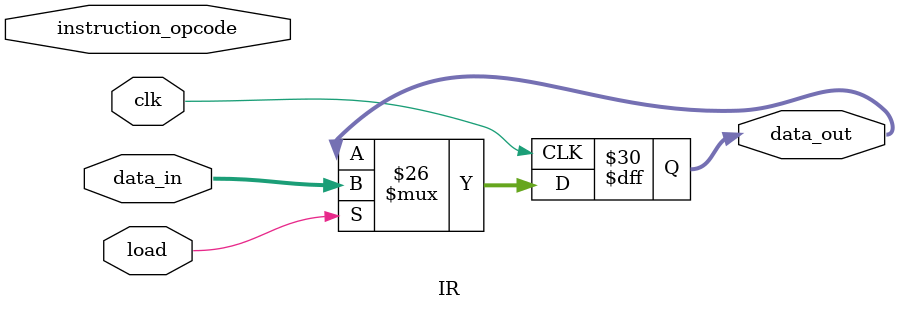
<source format=sv>
module IR ( input [7:0] data_in, input load, clk,
input [1:0] instruction_opcode,
output reg [7:0] data_out );
reg [7:0] ALU_result = '0;
reg [15:0] instruction;

always @( posedge clk )
if ( load ) data_out <= data_in;

always @( posedge clk )
if ( load ) instruction <= {data_in, instruction_opcode};

always @( posedge clk )
begin
if ( load )
begin
case (instruction_opcode)
3'b000 : ALU_result = instruction[7:0] + 1;
3'b001 : ALU_result = instruction[7:0] - 1;
3'b010 : ALU_result = instruction[7:0] + 2;
3'b011 : ALU_result = instruction[7:0] - 2;
3'b100 : ALU_result = instruction[7:0] + 3;
3'b101 : ALU_result = instruction[7:0] - 3;
3'b110 : ALU_result = instruction[7:0] + 4;
3'b111 : ALU_result = instruction[7:0] - 4;
default : ALU_result = '0;
endcase
end
end
endmodule
</source>
